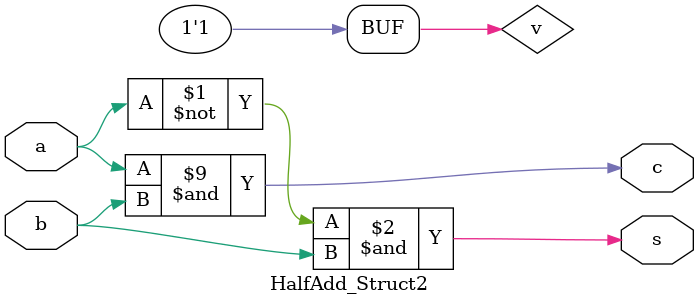
<source format=v>
/******************
* Half Adder      *
* Structural      *
* Specification 1 *
*******************/

module HalfAdd_Struct2 (
    input a, b, output c, s
);
wire an,bn;
wire u,v;
wire cn;
nand(u,~a,b);
nand(v,b,~b);
nand(s,u,v);
nand(cn,a,b);
nand(c,cn,cn);

endmodule
</source>
